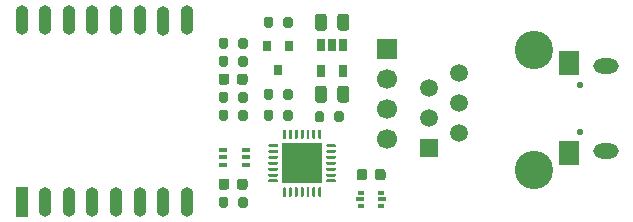
<source format=gts>
G04 #@! TF.GenerationSoftware,KiCad,Pcbnew,(5.1.9-0-10_14)*
G04 #@! TF.CreationDate,2021-05-05T23:43:46+02:00*
G04 #@! TF.ProjectId,P1_wifi,50315f77-6966-4692-9e6b-696361645f70,rev?*
G04 #@! TF.SameCoordinates,Original*
G04 #@! TF.FileFunction,Soldermask,Top*
G04 #@! TF.FilePolarity,Negative*
%FSLAX46Y46*%
G04 Gerber Fmt 4.6, Leading zero omitted, Abs format (unit mm)*
G04 Created by KiCad (PCBNEW (5.1.9-0-10_14)) date 2021-05-05 23:43:46*
%MOMM*%
%LPD*%
G01*
G04 APERTURE LIST*
%ADD10R,3.350000X3.350000*%
%ADD11C,1.700000*%
%ADD12R,1.700000X1.700000*%
%ADD13O,1.100000X2.500000*%
%ADD14R,1.100000X2.500000*%
%ADD15R,0.650000X1.060000*%
%ADD16R,0.500000X0.375000*%
%ADD17R,0.650000X0.300000*%
%ADD18R,0.650000X0.400000*%
%ADD19R,0.800000X0.900000*%
%ADD20R,1.800000X2.000000*%
%ADD21O,2.150000X1.300000*%
%ADD22C,0.550000*%
%ADD23R,1.520000X1.520000*%
%ADD24C,3.250000*%
%ADD25C,1.520000*%
G04 APERTURE END LIST*
D10*
X32512000Y5334000D03*
G36*
G01*
X34137000Y3221500D02*
X34137000Y2546500D01*
G75*
G02*
X34074500Y2484000I-62500J0D01*
G01*
X33949500Y2484000D01*
G75*
G02*
X33887000Y2546500I0J62500D01*
G01*
X33887000Y3221500D01*
G75*
G02*
X33949500Y3284000I62500J0D01*
G01*
X34074500Y3284000D01*
G75*
G02*
X34137000Y3221500I0J-62500D01*
G01*
G37*
G36*
G01*
X33637000Y3221500D02*
X33637000Y2546500D01*
G75*
G02*
X33574500Y2484000I-62500J0D01*
G01*
X33449500Y2484000D01*
G75*
G02*
X33387000Y2546500I0J62500D01*
G01*
X33387000Y3221500D01*
G75*
G02*
X33449500Y3284000I62500J0D01*
G01*
X33574500Y3284000D01*
G75*
G02*
X33637000Y3221500I0J-62500D01*
G01*
G37*
G36*
G01*
X33137000Y3221500D02*
X33137000Y2546500D01*
G75*
G02*
X33074500Y2484000I-62500J0D01*
G01*
X32949500Y2484000D01*
G75*
G02*
X32887000Y2546500I0J62500D01*
G01*
X32887000Y3221500D01*
G75*
G02*
X32949500Y3284000I62500J0D01*
G01*
X33074500Y3284000D01*
G75*
G02*
X33137000Y3221500I0J-62500D01*
G01*
G37*
G36*
G01*
X32637000Y3221500D02*
X32637000Y2546500D01*
G75*
G02*
X32574500Y2484000I-62500J0D01*
G01*
X32449500Y2484000D01*
G75*
G02*
X32387000Y2546500I0J62500D01*
G01*
X32387000Y3221500D01*
G75*
G02*
X32449500Y3284000I62500J0D01*
G01*
X32574500Y3284000D01*
G75*
G02*
X32637000Y3221500I0J-62500D01*
G01*
G37*
G36*
G01*
X32137000Y3221500D02*
X32137000Y2546500D01*
G75*
G02*
X32074500Y2484000I-62500J0D01*
G01*
X31949500Y2484000D01*
G75*
G02*
X31887000Y2546500I0J62500D01*
G01*
X31887000Y3221500D01*
G75*
G02*
X31949500Y3284000I62500J0D01*
G01*
X32074500Y3284000D01*
G75*
G02*
X32137000Y3221500I0J-62500D01*
G01*
G37*
G36*
G01*
X31637000Y3221500D02*
X31637000Y2546500D01*
G75*
G02*
X31574500Y2484000I-62500J0D01*
G01*
X31449500Y2484000D01*
G75*
G02*
X31387000Y2546500I0J62500D01*
G01*
X31387000Y3221500D01*
G75*
G02*
X31449500Y3284000I62500J0D01*
G01*
X31574500Y3284000D01*
G75*
G02*
X31637000Y3221500I0J-62500D01*
G01*
G37*
G36*
G01*
X31137000Y3221500D02*
X31137000Y2546500D01*
G75*
G02*
X31074500Y2484000I-62500J0D01*
G01*
X30949500Y2484000D01*
G75*
G02*
X30887000Y2546500I0J62500D01*
G01*
X30887000Y3221500D01*
G75*
G02*
X30949500Y3284000I62500J0D01*
G01*
X31074500Y3284000D01*
G75*
G02*
X31137000Y3221500I0J-62500D01*
G01*
G37*
G36*
G01*
X30462000Y3896500D02*
X30462000Y3771500D01*
G75*
G02*
X30399500Y3709000I-62500J0D01*
G01*
X29724500Y3709000D01*
G75*
G02*
X29662000Y3771500I0J62500D01*
G01*
X29662000Y3896500D01*
G75*
G02*
X29724500Y3959000I62500J0D01*
G01*
X30399500Y3959000D01*
G75*
G02*
X30462000Y3896500I0J-62500D01*
G01*
G37*
G36*
G01*
X30462000Y4396500D02*
X30462000Y4271500D01*
G75*
G02*
X30399500Y4209000I-62500J0D01*
G01*
X29724500Y4209000D01*
G75*
G02*
X29662000Y4271500I0J62500D01*
G01*
X29662000Y4396500D01*
G75*
G02*
X29724500Y4459000I62500J0D01*
G01*
X30399500Y4459000D01*
G75*
G02*
X30462000Y4396500I0J-62500D01*
G01*
G37*
G36*
G01*
X30462000Y4896500D02*
X30462000Y4771500D01*
G75*
G02*
X30399500Y4709000I-62500J0D01*
G01*
X29724500Y4709000D01*
G75*
G02*
X29662000Y4771500I0J62500D01*
G01*
X29662000Y4896500D01*
G75*
G02*
X29724500Y4959000I62500J0D01*
G01*
X30399500Y4959000D01*
G75*
G02*
X30462000Y4896500I0J-62500D01*
G01*
G37*
G36*
G01*
X30462000Y5396500D02*
X30462000Y5271500D01*
G75*
G02*
X30399500Y5209000I-62500J0D01*
G01*
X29724500Y5209000D01*
G75*
G02*
X29662000Y5271500I0J62500D01*
G01*
X29662000Y5396500D01*
G75*
G02*
X29724500Y5459000I62500J0D01*
G01*
X30399500Y5459000D01*
G75*
G02*
X30462000Y5396500I0J-62500D01*
G01*
G37*
G36*
G01*
X30462000Y5896500D02*
X30462000Y5771500D01*
G75*
G02*
X30399500Y5709000I-62500J0D01*
G01*
X29724500Y5709000D01*
G75*
G02*
X29662000Y5771500I0J62500D01*
G01*
X29662000Y5896500D01*
G75*
G02*
X29724500Y5959000I62500J0D01*
G01*
X30399500Y5959000D01*
G75*
G02*
X30462000Y5896500I0J-62500D01*
G01*
G37*
G36*
G01*
X30462000Y6396500D02*
X30462000Y6271500D01*
G75*
G02*
X30399500Y6209000I-62500J0D01*
G01*
X29724500Y6209000D01*
G75*
G02*
X29662000Y6271500I0J62500D01*
G01*
X29662000Y6396500D01*
G75*
G02*
X29724500Y6459000I62500J0D01*
G01*
X30399500Y6459000D01*
G75*
G02*
X30462000Y6396500I0J-62500D01*
G01*
G37*
G36*
G01*
X30462000Y6896500D02*
X30462000Y6771500D01*
G75*
G02*
X30399500Y6709000I-62500J0D01*
G01*
X29724500Y6709000D01*
G75*
G02*
X29662000Y6771500I0J62500D01*
G01*
X29662000Y6896500D01*
G75*
G02*
X29724500Y6959000I62500J0D01*
G01*
X30399500Y6959000D01*
G75*
G02*
X30462000Y6896500I0J-62500D01*
G01*
G37*
G36*
G01*
X31137000Y8121500D02*
X31137000Y7446500D01*
G75*
G02*
X31074500Y7384000I-62500J0D01*
G01*
X30949500Y7384000D01*
G75*
G02*
X30887000Y7446500I0J62500D01*
G01*
X30887000Y8121500D01*
G75*
G02*
X30949500Y8184000I62500J0D01*
G01*
X31074500Y8184000D01*
G75*
G02*
X31137000Y8121500I0J-62500D01*
G01*
G37*
G36*
G01*
X31637000Y8121500D02*
X31637000Y7446500D01*
G75*
G02*
X31574500Y7384000I-62500J0D01*
G01*
X31449500Y7384000D01*
G75*
G02*
X31387000Y7446500I0J62500D01*
G01*
X31387000Y8121500D01*
G75*
G02*
X31449500Y8184000I62500J0D01*
G01*
X31574500Y8184000D01*
G75*
G02*
X31637000Y8121500I0J-62500D01*
G01*
G37*
G36*
G01*
X32137000Y8121500D02*
X32137000Y7446500D01*
G75*
G02*
X32074500Y7384000I-62500J0D01*
G01*
X31949500Y7384000D01*
G75*
G02*
X31887000Y7446500I0J62500D01*
G01*
X31887000Y8121500D01*
G75*
G02*
X31949500Y8184000I62500J0D01*
G01*
X32074500Y8184000D01*
G75*
G02*
X32137000Y8121500I0J-62500D01*
G01*
G37*
G36*
G01*
X32637000Y8121500D02*
X32637000Y7446500D01*
G75*
G02*
X32574500Y7384000I-62500J0D01*
G01*
X32449500Y7384000D01*
G75*
G02*
X32387000Y7446500I0J62500D01*
G01*
X32387000Y8121500D01*
G75*
G02*
X32449500Y8184000I62500J0D01*
G01*
X32574500Y8184000D01*
G75*
G02*
X32637000Y8121500I0J-62500D01*
G01*
G37*
G36*
G01*
X33137000Y8121500D02*
X33137000Y7446500D01*
G75*
G02*
X33074500Y7384000I-62500J0D01*
G01*
X32949500Y7384000D01*
G75*
G02*
X32887000Y7446500I0J62500D01*
G01*
X32887000Y8121500D01*
G75*
G02*
X32949500Y8184000I62500J0D01*
G01*
X33074500Y8184000D01*
G75*
G02*
X33137000Y8121500I0J-62500D01*
G01*
G37*
G36*
G01*
X33637000Y8121500D02*
X33637000Y7446500D01*
G75*
G02*
X33574500Y7384000I-62500J0D01*
G01*
X33449500Y7384000D01*
G75*
G02*
X33387000Y7446500I0J62500D01*
G01*
X33387000Y8121500D01*
G75*
G02*
X33449500Y8184000I62500J0D01*
G01*
X33574500Y8184000D01*
G75*
G02*
X33637000Y8121500I0J-62500D01*
G01*
G37*
G36*
G01*
X34137000Y8121500D02*
X34137000Y7446500D01*
G75*
G02*
X34074500Y7384000I-62500J0D01*
G01*
X33949500Y7384000D01*
G75*
G02*
X33887000Y7446500I0J62500D01*
G01*
X33887000Y8121500D01*
G75*
G02*
X33949500Y8184000I62500J0D01*
G01*
X34074500Y8184000D01*
G75*
G02*
X34137000Y8121500I0J-62500D01*
G01*
G37*
G36*
G01*
X35362000Y6896500D02*
X35362000Y6771500D01*
G75*
G02*
X35299500Y6709000I-62500J0D01*
G01*
X34624500Y6709000D01*
G75*
G02*
X34562000Y6771500I0J62500D01*
G01*
X34562000Y6896500D01*
G75*
G02*
X34624500Y6959000I62500J0D01*
G01*
X35299500Y6959000D01*
G75*
G02*
X35362000Y6896500I0J-62500D01*
G01*
G37*
G36*
G01*
X35362000Y6396500D02*
X35362000Y6271500D01*
G75*
G02*
X35299500Y6209000I-62500J0D01*
G01*
X34624500Y6209000D01*
G75*
G02*
X34562000Y6271500I0J62500D01*
G01*
X34562000Y6396500D01*
G75*
G02*
X34624500Y6459000I62500J0D01*
G01*
X35299500Y6459000D01*
G75*
G02*
X35362000Y6396500I0J-62500D01*
G01*
G37*
G36*
G01*
X35362000Y5896500D02*
X35362000Y5771500D01*
G75*
G02*
X35299500Y5709000I-62500J0D01*
G01*
X34624500Y5709000D01*
G75*
G02*
X34562000Y5771500I0J62500D01*
G01*
X34562000Y5896500D01*
G75*
G02*
X34624500Y5959000I62500J0D01*
G01*
X35299500Y5959000D01*
G75*
G02*
X35362000Y5896500I0J-62500D01*
G01*
G37*
G36*
G01*
X35362000Y5396500D02*
X35362000Y5271500D01*
G75*
G02*
X35299500Y5209000I-62500J0D01*
G01*
X34624500Y5209000D01*
G75*
G02*
X34562000Y5271500I0J62500D01*
G01*
X34562000Y5396500D01*
G75*
G02*
X34624500Y5459000I62500J0D01*
G01*
X35299500Y5459000D01*
G75*
G02*
X35362000Y5396500I0J-62500D01*
G01*
G37*
G36*
G01*
X35362000Y4896500D02*
X35362000Y4771500D01*
G75*
G02*
X35299500Y4709000I-62500J0D01*
G01*
X34624500Y4709000D01*
G75*
G02*
X34562000Y4771500I0J62500D01*
G01*
X34562000Y4896500D01*
G75*
G02*
X34624500Y4959000I62500J0D01*
G01*
X35299500Y4959000D01*
G75*
G02*
X35362000Y4896500I0J-62500D01*
G01*
G37*
G36*
G01*
X35362000Y4396500D02*
X35362000Y4271500D01*
G75*
G02*
X35299500Y4209000I-62500J0D01*
G01*
X34624500Y4209000D01*
G75*
G02*
X34562000Y4271500I0J62500D01*
G01*
X34562000Y4396500D01*
G75*
G02*
X34624500Y4459000I62500J0D01*
G01*
X35299500Y4459000D01*
G75*
G02*
X35362000Y4396500I0J-62500D01*
G01*
G37*
G36*
G01*
X35362000Y3896500D02*
X35362000Y3771500D01*
G75*
G02*
X35299500Y3709000I-62500J0D01*
G01*
X34624500Y3709000D01*
G75*
G02*
X34562000Y3771500I0J62500D01*
G01*
X34562000Y3896500D01*
G75*
G02*
X34624500Y3959000I62500J0D01*
G01*
X35299500Y3959000D01*
G75*
G02*
X35362000Y3896500I0J-62500D01*
G01*
G37*
D11*
X39711500Y9937000D03*
X39711500Y12477000D03*
X39711500Y7397000D03*
D12*
X39711500Y15017000D03*
D13*
X8763000Y17494000D03*
X10763000Y17494000D03*
X12763000Y17494000D03*
X14763000Y17494000D03*
X16763000Y17494000D03*
X18763000Y17494000D03*
X20763000Y17394000D03*
X22763000Y17494000D03*
X22763000Y2094000D03*
X20763000Y2094000D03*
X18763000Y2094000D03*
X16763000Y2094000D03*
X14763000Y2094000D03*
X12763000Y2094000D03*
X10763000Y2094000D03*
D14*
X8763000Y2094000D03*
D15*
X36002000Y13124000D03*
X34102000Y13124000D03*
X34102000Y15324000D03*
X35052000Y15324000D03*
X36002000Y15324000D03*
G36*
G01*
X34602000Y11651000D02*
X34602000Y10701000D01*
G75*
G02*
X34352000Y10451000I-250000J0D01*
G01*
X33852000Y10451000D01*
G75*
G02*
X33602000Y10701000I0J250000D01*
G01*
X33602000Y11651000D01*
G75*
G02*
X33852000Y11901000I250000J0D01*
G01*
X34352000Y11901000D01*
G75*
G02*
X34602000Y11651000I0J-250000D01*
G01*
G37*
G36*
G01*
X36502000Y11651000D02*
X36502000Y10701000D01*
G75*
G02*
X36252000Y10451000I-250000J0D01*
G01*
X35752000Y10451000D01*
G75*
G02*
X35502000Y10701000I0J250000D01*
G01*
X35502000Y11651000D01*
G75*
G02*
X35752000Y11901000I250000J0D01*
G01*
X36252000Y11901000D01*
G75*
G02*
X36502000Y11651000I0J-250000D01*
G01*
G37*
G36*
G01*
X34602000Y17747000D02*
X34602000Y16797000D01*
G75*
G02*
X34352000Y16547000I-250000J0D01*
G01*
X33852000Y16547000D01*
G75*
G02*
X33602000Y16797000I0J250000D01*
G01*
X33602000Y17747000D01*
G75*
G02*
X33852000Y17997000I250000J0D01*
G01*
X34352000Y17997000D01*
G75*
G02*
X34602000Y17747000I0J-250000D01*
G01*
G37*
G36*
G01*
X36502000Y17747000D02*
X36502000Y16797000D01*
G75*
G02*
X36252000Y16547000I-250000J0D01*
G01*
X35752000Y16547000D01*
G75*
G02*
X35502000Y16797000I0J250000D01*
G01*
X35502000Y17747000D01*
G75*
G02*
X35752000Y17997000I250000J0D01*
G01*
X36252000Y17997000D01*
G75*
G02*
X36502000Y17747000I0J-250000D01*
G01*
G37*
D16*
X37504000Y1748500D03*
X37504000Y2823500D03*
D17*
X39279000Y2286000D03*
X37429000Y2286000D03*
D16*
X39204000Y2823500D03*
X39204000Y1748500D03*
G36*
G01*
X30905000Y9123000D02*
X30905000Y9673000D01*
G75*
G02*
X31105000Y9873000I200000J0D01*
G01*
X31505000Y9873000D01*
G75*
G02*
X31705000Y9673000I0J-200000D01*
G01*
X31705000Y9123000D01*
G75*
G02*
X31505000Y8923000I-200000J0D01*
G01*
X31105000Y8923000D01*
G75*
G02*
X30905000Y9123000I0J200000D01*
G01*
G37*
G36*
G01*
X29255000Y9123000D02*
X29255000Y9673000D01*
G75*
G02*
X29455000Y9873000I200000J0D01*
G01*
X29855000Y9873000D01*
G75*
G02*
X30055000Y9673000I0J-200000D01*
G01*
X30055000Y9123000D01*
G75*
G02*
X29855000Y8923000I-200000J0D01*
G01*
X29455000Y8923000D01*
G75*
G02*
X29255000Y9123000I0J200000D01*
G01*
G37*
G36*
G01*
X27095000Y15219000D02*
X27095000Y15769000D01*
G75*
G02*
X27295000Y15969000I200000J0D01*
G01*
X27695000Y15969000D01*
G75*
G02*
X27895000Y15769000I0J-200000D01*
G01*
X27895000Y15219000D01*
G75*
G02*
X27695000Y15019000I-200000J0D01*
G01*
X27295000Y15019000D01*
G75*
G02*
X27095000Y15219000I0J200000D01*
G01*
G37*
G36*
G01*
X25445000Y15219000D02*
X25445000Y15769000D01*
G75*
G02*
X25645000Y15969000I200000J0D01*
G01*
X26045000Y15969000D01*
G75*
G02*
X26245000Y15769000I0J-200000D01*
G01*
X26245000Y15219000D01*
G75*
G02*
X26045000Y15019000I-200000J0D01*
G01*
X25645000Y15019000D01*
G75*
G02*
X25445000Y15219000I0J200000D01*
G01*
G37*
G36*
G01*
X27095000Y9123000D02*
X27095000Y9673000D01*
G75*
G02*
X27295000Y9873000I200000J0D01*
G01*
X27695000Y9873000D01*
G75*
G02*
X27895000Y9673000I0J-200000D01*
G01*
X27895000Y9123000D01*
G75*
G02*
X27695000Y8923000I-200000J0D01*
G01*
X27295000Y8923000D01*
G75*
G02*
X27095000Y9123000I0J200000D01*
G01*
G37*
G36*
G01*
X25445000Y9123000D02*
X25445000Y9673000D01*
G75*
G02*
X25645000Y9873000I200000J0D01*
G01*
X26045000Y9873000D01*
G75*
G02*
X26245000Y9673000I0J-200000D01*
G01*
X26245000Y9123000D01*
G75*
G02*
X26045000Y8923000I-200000J0D01*
G01*
X25645000Y8923000D01*
G75*
G02*
X25445000Y9123000I0J200000D01*
G01*
G37*
G36*
G01*
X34373000Y9546000D02*
X34373000Y8996000D01*
G75*
G02*
X34173000Y8796000I-200000J0D01*
G01*
X33773000Y8796000D01*
G75*
G02*
X33573000Y8996000I0J200000D01*
G01*
X33573000Y9546000D01*
G75*
G02*
X33773000Y9746000I200000J0D01*
G01*
X34173000Y9746000D01*
G75*
G02*
X34373000Y9546000I0J-200000D01*
G01*
G37*
G36*
G01*
X36023000Y9546000D02*
X36023000Y8996000D01*
G75*
G02*
X35823000Y8796000I-200000J0D01*
G01*
X35423000Y8796000D01*
G75*
G02*
X35223000Y8996000I0J200000D01*
G01*
X35223000Y9546000D01*
G75*
G02*
X35423000Y9746000I200000J0D01*
G01*
X35823000Y9746000D01*
G75*
G02*
X36023000Y9546000I0J-200000D01*
G01*
G37*
G36*
G01*
X27095000Y13695000D02*
X27095000Y14245000D01*
G75*
G02*
X27295000Y14445000I200000J0D01*
G01*
X27695000Y14445000D01*
G75*
G02*
X27895000Y14245000I0J-200000D01*
G01*
X27895000Y13695000D01*
G75*
G02*
X27695000Y13495000I-200000J0D01*
G01*
X27295000Y13495000D01*
G75*
G02*
X27095000Y13695000I0J200000D01*
G01*
G37*
G36*
G01*
X25445000Y13695000D02*
X25445000Y14245000D01*
G75*
G02*
X25645000Y14445000I200000J0D01*
G01*
X26045000Y14445000D01*
G75*
G02*
X26245000Y14245000I0J-200000D01*
G01*
X26245000Y13695000D01*
G75*
G02*
X26045000Y13495000I-200000J0D01*
G01*
X25645000Y13495000D01*
G75*
G02*
X25445000Y13695000I0J200000D01*
G01*
G37*
G36*
G01*
X30055000Y11451000D02*
X30055000Y10901000D01*
G75*
G02*
X29855000Y10701000I-200000J0D01*
G01*
X29455000Y10701000D01*
G75*
G02*
X29255000Y10901000I0J200000D01*
G01*
X29255000Y11451000D01*
G75*
G02*
X29455000Y11651000I200000J0D01*
G01*
X29855000Y11651000D01*
G75*
G02*
X30055000Y11451000I0J-200000D01*
G01*
G37*
G36*
G01*
X31705000Y11451000D02*
X31705000Y10901000D01*
G75*
G02*
X31505000Y10701000I-200000J0D01*
G01*
X31105000Y10701000D01*
G75*
G02*
X30905000Y10901000I0J200000D01*
G01*
X30905000Y11451000D01*
G75*
G02*
X31105000Y11651000I200000J0D01*
G01*
X31505000Y11651000D01*
G75*
G02*
X31705000Y11451000I0J-200000D01*
G01*
G37*
G36*
G01*
X27094500Y1757000D02*
X27094500Y2307000D01*
G75*
G02*
X27294500Y2507000I200000J0D01*
G01*
X27694500Y2507000D01*
G75*
G02*
X27894500Y2307000I0J-200000D01*
G01*
X27894500Y1757000D01*
G75*
G02*
X27694500Y1557000I-200000J0D01*
G01*
X27294500Y1557000D01*
G75*
G02*
X27094500Y1757000I0J200000D01*
G01*
G37*
G36*
G01*
X25444500Y1757000D02*
X25444500Y2307000D01*
G75*
G02*
X25644500Y2507000I200000J0D01*
G01*
X26044500Y2507000D01*
G75*
G02*
X26244500Y2307000I0J-200000D01*
G01*
X26244500Y1757000D01*
G75*
G02*
X26044500Y1557000I-200000J0D01*
G01*
X25644500Y1557000D01*
G75*
G02*
X25444500Y1757000I0J200000D01*
G01*
G37*
G36*
G01*
X27095000Y10647000D02*
X27095000Y11197000D01*
G75*
G02*
X27295000Y11397000I200000J0D01*
G01*
X27695000Y11397000D01*
G75*
G02*
X27895000Y11197000I0J-200000D01*
G01*
X27895000Y10647000D01*
G75*
G02*
X27695000Y10447000I-200000J0D01*
G01*
X27295000Y10447000D01*
G75*
G02*
X27095000Y10647000I0J200000D01*
G01*
G37*
G36*
G01*
X25445000Y10647000D02*
X25445000Y11197000D01*
G75*
G02*
X25645000Y11397000I200000J0D01*
G01*
X26045000Y11397000D01*
G75*
G02*
X26245000Y11197000I0J-200000D01*
G01*
X26245000Y10647000D01*
G75*
G02*
X26045000Y10447000I-200000J0D01*
G01*
X25645000Y10447000D01*
G75*
G02*
X25445000Y10647000I0J200000D01*
G01*
G37*
G36*
G01*
X30055000Y17547000D02*
X30055000Y16997000D01*
G75*
G02*
X29855000Y16797000I-200000J0D01*
G01*
X29455000Y16797000D01*
G75*
G02*
X29255000Y16997000I0J200000D01*
G01*
X29255000Y17547000D01*
G75*
G02*
X29455000Y17747000I200000J0D01*
G01*
X29855000Y17747000D01*
G75*
G02*
X30055000Y17547000I0J-200000D01*
G01*
G37*
G36*
G01*
X31705000Y17547000D02*
X31705000Y16997000D01*
G75*
G02*
X31505000Y16797000I-200000J0D01*
G01*
X31105000Y16797000D01*
G75*
G02*
X30905000Y16997000I0J200000D01*
G01*
X30905000Y17547000D01*
G75*
G02*
X31105000Y17747000I200000J0D01*
G01*
X31505000Y17747000D01*
G75*
G02*
X31705000Y17547000I0J-200000D01*
G01*
G37*
D18*
X25847000Y5192000D03*
X25847000Y6492000D03*
X27747000Y5842000D03*
X25847000Y5842000D03*
X27747000Y6492000D03*
X27747000Y5192000D03*
D19*
X30480000Y13224000D03*
X29530000Y15224000D03*
X31430000Y15224000D03*
D20*
X55069500Y13800000D03*
D21*
X58229500Y13600000D03*
D20*
X55069500Y6200000D03*
D21*
X58229500Y6400000D03*
D22*
X56079500Y12000000D03*
X56079500Y8000000D03*
G36*
G01*
X38029000Y4618800D02*
X38029000Y4118800D01*
G75*
G02*
X37804000Y3893800I-225000J0D01*
G01*
X37354000Y3893800D01*
G75*
G02*
X37129000Y4118800I0J225000D01*
G01*
X37129000Y4618800D01*
G75*
G02*
X37354000Y4843800I225000J0D01*
G01*
X37804000Y4843800D01*
G75*
G02*
X38029000Y4618800I0J-225000D01*
G01*
G37*
G36*
G01*
X39579000Y4618800D02*
X39579000Y4118800D01*
G75*
G02*
X39354000Y3893800I-225000J0D01*
G01*
X38904000Y3893800D01*
G75*
G02*
X38679000Y4118800I0J225000D01*
G01*
X38679000Y4618800D01*
G75*
G02*
X38904000Y4843800I225000J0D01*
G01*
X39354000Y4843800D01*
G75*
G02*
X39579000Y4618800I0J-225000D01*
G01*
G37*
G36*
G01*
X26995000Y12196000D02*
X26995000Y12696000D01*
G75*
G02*
X27220000Y12921000I225000J0D01*
G01*
X27670000Y12921000D01*
G75*
G02*
X27895000Y12696000I0J-225000D01*
G01*
X27895000Y12196000D01*
G75*
G02*
X27670000Y11971000I-225000J0D01*
G01*
X27220000Y11971000D01*
G75*
G02*
X26995000Y12196000I0J225000D01*
G01*
G37*
G36*
G01*
X25445000Y12196000D02*
X25445000Y12696000D01*
G75*
G02*
X25670000Y12921000I225000J0D01*
G01*
X26120000Y12921000D01*
G75*
G02*
X26345000Y12696000I0J-225000D01*
G01*
X26345000Y12196000D01*
G75*
G02*
X26120000Y11971000I-225000J0D01*
G01*
X25670000Y11971000D01*
G75*
G02*
X25445000Y12196000I0J225000D01*
G01*
G37*
G36*
G01*
X26995000Y3306000D02*
X26995000Y3806000D01*
G75*
G02*
X27220000Y4031000I225000J0D01*
G01*
X27670000Y4031000D01*
G75*
G02*
X27895000Y3806000I0J-225000D01*
G01*
X27895000Y3306000D01*
G75*
G02*
X27670000Y3081000I-225000J0D01*
G01*
X27220000Y3081000D01*
G75*
G02*
X26995000Y3306000I0J225000D01*
G01*
G37*
G36*
G01*
X25445000Y3306000D02*
X25445000Y3806000D01*
G75*
G02*
X25670000Y4031000I225000J0D01*
G01*
X26120000Y4031000D01*
G75*
G02*
X26345000Y3806000I0J-225000D01*
G01*
X26345000Y3306000D01*
G75*
G02*
X26120000Y3081000I-225000J0D01*
G01*
X25670000Y3081000D01*
G75*
G02*
X25445000Y3306000I0J225000D01*
G01*
G37*
D23*
X43243500Y6667500D03*
D24*
X52133500Y4757500D03*
D25*
X45783500Y7937500D03*
X43243500Y9207500D03*
X45783500Y10477500D03*
X43243500Y11747500D03*
X45783500Y13017500D03*
D24*
X52133500Y14917500D03*
M02*

</source>
